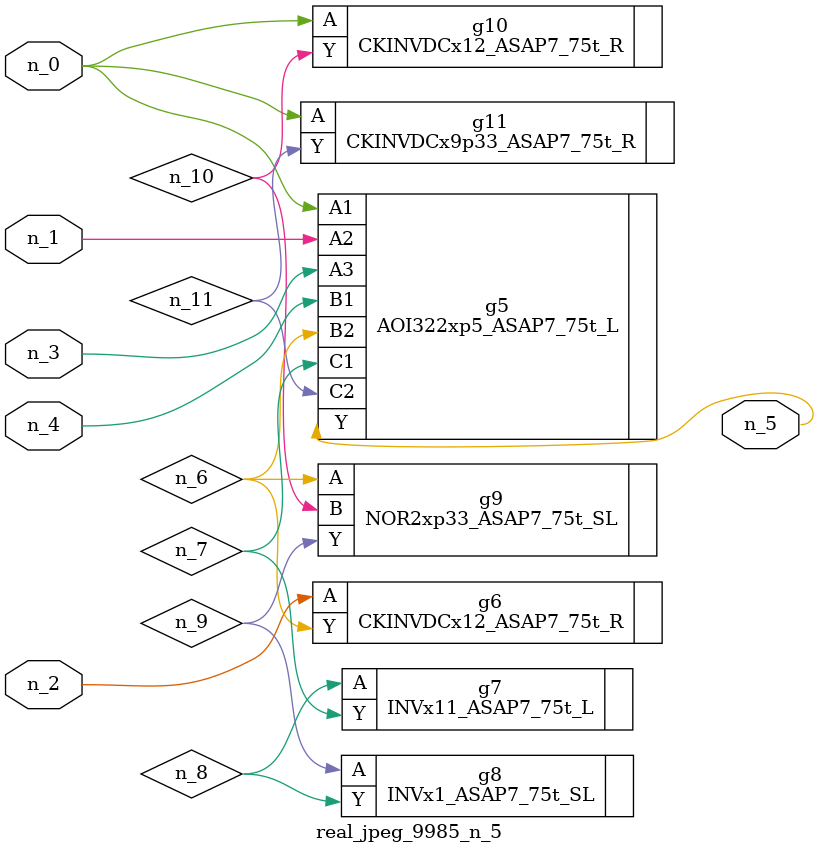
<source format=v>
module real_jpeg_9985_n_5 (n_4, n_0, n_1, n_2, n_3, n_5);

input n_4;
input n_0;
input n_1;
input n_2;
input n_3;

output n_5;

wire n_8;
wire n_11;
wire n_6;
wire n_7;
wire n_10;
wire n_9;

AOI322xp5_ASAP7_75t_L g5 ( 
.A1(n_0),
.A2(n_1),
.A3(n_3),
.B1(n_4),
.B2(n_6),
.C1(n_7),
.C2(n_11),
.Y(n_5)
);

CKINVDCx12_ASAP7_75t_R g10 ( 
.A(n_0),
.Y(n_10)
);

CKINVDCx9p33_ASAP7_75t_R g11 ( 
.A(n_0),
.Y(n_11)
);

CKINVDCx12_ASAP7_75t_R g6 ( 
.A(n_2),
.Y(n_6)
);

NOR2xp33_ASAP7_75t_SL g9 ( 
.A(n_6),
.B(n_10),
.Y(n_9)
);

INVx11_ASAP7_75t_L g7 ( 
.A(n_8),
.Y(n_7)
);

INVx1_ASAP7_75t_SL g8 ( 
.A(n_9),
.Y(n_8)
);


endmodule
</source>
